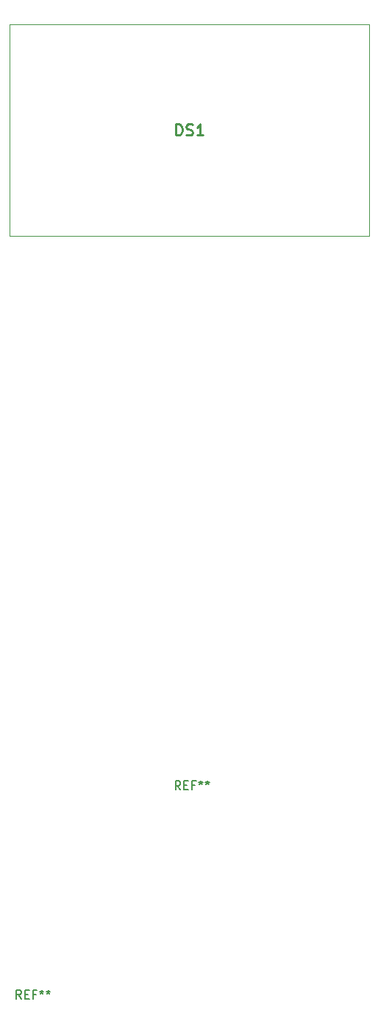
<source format=gbr>
G04 #@! TF.GenerationSoftware,KiCad,Pcbnew,5.1.2*
G04 #@! TF.CreationDate,2019-06-27T09:05:00-04:00*
G04 #@! TF.ProjectId,repl_sharp_el-w516x,7265706c-5f73-4686-9172-705f656c2d77,rev?*
G04 #@! TF.SameCoordinates,Original*
G04 #@! TF.FileFunction,Legend,Top*
G04 #@! TF.FilePolarity,Positive*
%FSLAX46Y46*%
G04 Gerber Fmt 4.6, Leading zero omitted, Abs format (unit mm)*
G04 Created by KiCad (PCBNEW 5.1.2) date 2019-06-27 09:05:00*
%MOMM*%
%LPD*%
G04 APERTURE LIST*
%ADD10C,0.100000*%
%ADD11C,0.150000*%
%ADD12C,0.254000*%
G04 APERTURE END LIST*
D10*
X114190000Y-35170000D02*
X114190000Y-10870000D01*
X155590000Y-35170000D02*
X114190000Y-35170000D01*
X155590000Y-10870000D02*
X155590000Y-35170000D01*
X114190000Y-10870000D02*
X155590000Y-10870000D01*
D11*
X133875666Y-98769780D02*
X133542333Y-98293590D01*
X133304238Y-98769780D02*
X133304238Y-97769780D01*
X133685190Y-97769780D01*
X133780428Y-97817400D01*
X133828047Y-97865019D01*
X133875666Y-97960257D01*
X133875666Y-98103114D01*
X133828047Y-98198352D01*
X133780428Y-98245971D01*
X133685190Y-98293590D01*
X133304238Y-98293590D01*
X134304238Y-98245971D02*
X134637571Y-98245971D01*
X134780428Y-98769780D02*
X134304238Y-98769780D01*
X134304238Y-97769780D01*
X134780428Y-97769780D01*
X135542333Y-98245971D02*
X135209000Y-98245971D01*
X135209000Y-98769780D02*
X135209000Y-97769780D01*
X135685190Y-97769780D01*
X136209000Y-97769780D02*
X136209000Y-98007876D01*
X135970904Y-97912638D02*
X136209000Y-98007876D01*
X136447095Y-97912638D01*
X136066142Y-98198352D02*
X136209000Y-98007876D01*
X136351857Y-98198352D01*
X136970904Y-97769780D02*
X136970904Y-98007876D01*
X136732809Y-97912638D02*
X136970904Y-98007876D01*
X137209000Y-97912638D01*
X136828047Y-98198352D02*
X136970904Y-98007876D01*
X137113761Y-98198352D01*
X115562266Y-122798180D02*
X115228933Y-122321990D01*
X114990838Y-122798180D02*
X114990838Y-121798180D01*
X115371790Y-121798180D01*
X115467028Y-121845800D01*
X115514647Y-121893419D01*
X115562266Y-121988657D01*
X115562266Y-122131514D01*
X115514647Y-122226752D01*
X115467028Y-122274371D01*
X115371790Y-122321990D01*
X114990838Y-122321990D01*
X115990838Y-122274371D02*
X116324171Y-122274371D01*
X116467028Y-122798180D02*
X115990838Y-122798180D01*
X115990838Y-121798180D01*
X116467028Y-121798180D01*
X117228933Y-122274371D02*
X116895600Y-122274371D01*
X116895600Y-122798180D02*
X116895600Y-121798180D01*
X117371790Y-121798180D01*
X117895600Y-121798180D02*
X117895600Y-122036276D01*
X117657504Y-121941038D02*
X117895600Y-122036276D01*
X118133695Y-121941038D01*
X117752742Y-122226752D02*
X117895600Y-122036276D01*
X118038457Y-122226752D01*
X118657504Y-121798180D02*
X118657504Y-122036276D01*
X118419409Y-121941038D02*
X118657504Y-122036276D01*
X118895600Y-121941038D01*
X118514647Y-122226752D02*
X118657504Y-122036276D01*
X118800361Y-122226752D01*
D12*
X133347857Y-23594523D02*
X133347857Y-22324523D01*
X133650238Y-22324523D01*
X133831666Y-22385000D01*
X133952619Y-22505952D01*
X134013095Y-22626904D01*
X134073571Y-22868809D01*
X134073571Y-23050238D01*
X134013095Y-23292142D01*
X133952619Y-23413095D01*
X133831666Y-23534047D01*
X133650238Y-23594523D01*
X133347857Y-23594523D01*
X134557380Y-23534047D02*
X134738809Y-23594523D01*
X135041190Y-23594523D01*
X135162142Y-23534047D01*
X135222619Y-23473571D01*
X135283095Y-23352619D01*
X135283095Y-23231666D01*
X135222619Y-23110714D01*
X135162142Y-23050238D01*
X135041190Y-22989761D01*
X134799285Y-22929285D01*
X134678333Y-22868809D01*
X134617857Y-22808333D01*
X134557380Y-22687380D01*
X134557380Y-22566428D01*
X134617857Y-22445476D01*
X134678333Y-22385000D01*
X134799285Y-22324523D01*
X135101666Y-22324523D01*
X135283095Y-22385000D01*
X136492619Y-23594523D02*
X135766904Y-23594523D01*
X136129761Y-23594523D02*
X136129761Y-22324523D01*
X136008809Y-22505952D01*
X135887857Y-22626904D01*
X135766904Y-22687380D01*
M02*

</source>
